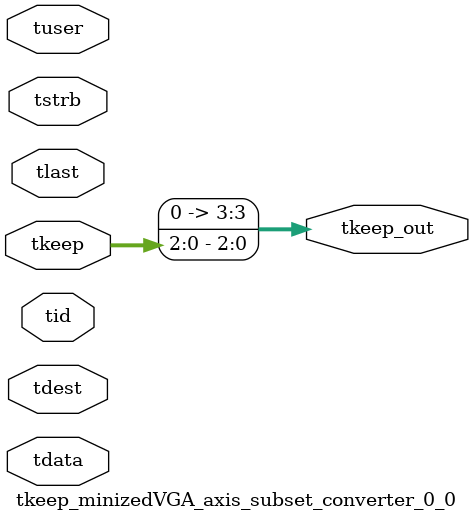
<source format=v>


`timescale 1ps/1ps

module tkeep_minizedVGA_axis_subset_converter_0_0 #
(
parameter C_S_AXIS_TDATA_WIDTH = 32,
parameter C_S_AXIS_TUSER_WIDTH = 0,
parameter C_S_AXIS_TID_WIDTH   = 0,
parameter C_S_AXIS_TDEST_WIDTH = 0,
parameter C_M_AXIS_TDATA_WIDTH = 32
)
(
input  [(C_S_AXIS_TDATA_WIDTH == 0 ? 1 : C_S_AXIS_TDATA_WIDTH)-1:0     ] tdata,
input  [(C_S_AXIS_TUSER_WIDTH == 0 ? 1 : C_S_AXIS_TUSER_WIDTH)-1:0     ] tuser,
input  [(C_S_AXIS_TID_WIDTH   == 0 ? 1 : C_S_AXIS_TID_WIDTH)-1:0       ] tid,
input  [(C_S_AXIS_TDEST_WIDTH == 0 ? 1 : C_S_AXIS_TDEST_WIDTH)-1:0     ] tdest,
input  [(C_S_AXIS_TDATA_WIDTH/8)-1:0 ] tkeep,
input  [(C_S_AXIS_TDATA_WIDTH/8)-1:0 ] tstrb,
input                                                                    tlast,
output [(C_M_AXIS_TDATA_WIDTH/8)-1:0 ] tkeep_out
);

assign tkeep_out = {tkeep[2:0]};

endmodule


</source>
